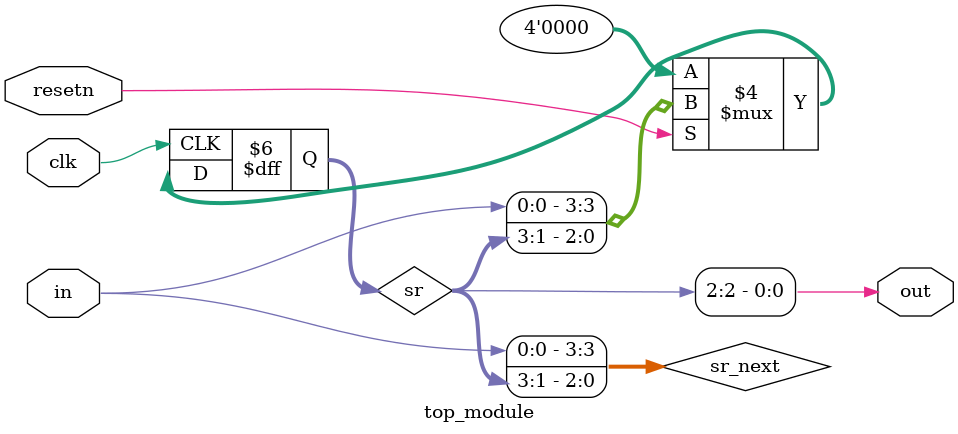
<source format=sv>
module top_module (
    input clk,
    input resetn,
    input in,
    output out
);

    reg [3:0] sr;
    wire [3:0] sr_next;

    always @(posedge clk) begin
        if (resetn == 0) begin
            sr <= 4'b0000;
        end else begin
            sr <= sr_next;
        end
    end

    assign sr_next[3] = in;
    assign sr_next[2:0] = sr[3:1];
    assign out = sr[2];

endmodule

</source>
